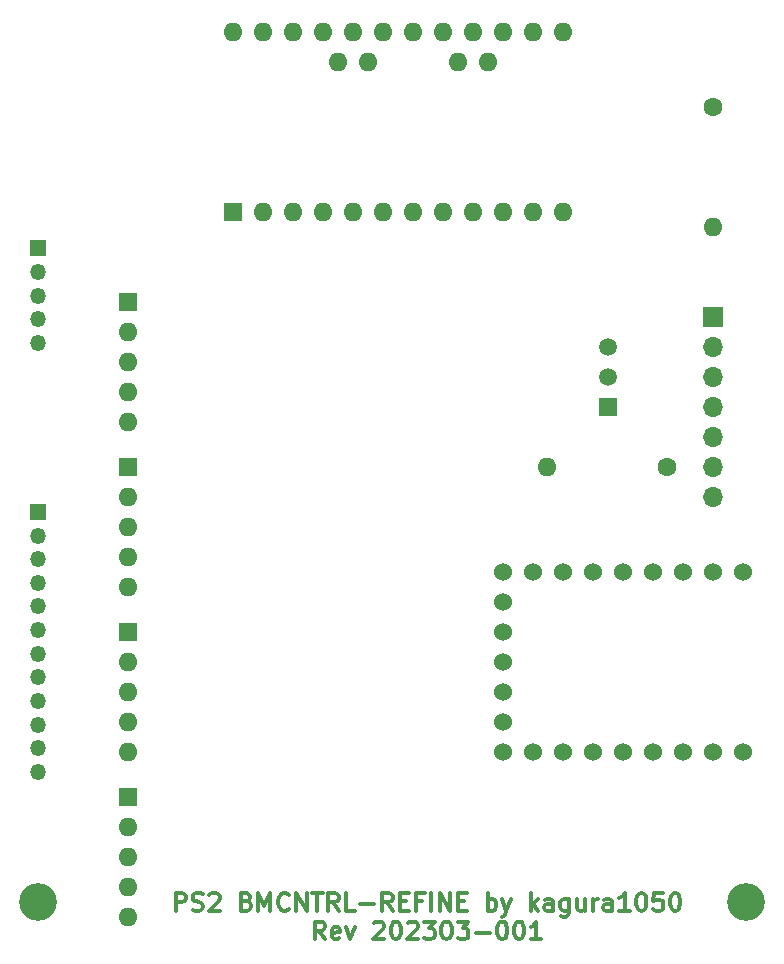
<source format=gts>
G04 #@! TF.GenerationSoftware,KiCad,Pcbnew,(6.0.1)*
G04 #@! TF.CreationDate,2023-03-09T23:42:47+09:00*
G04 #@! TF.ProjectId,iidx_pcb,69696478-5f70-4636-922e-6b696361645f,rev?*
G04 #@! TF.SameCoordinates,Original*
G04 #@! TF.FileFunction,Soldermask,Top*
G04 #@! TF.FilePolarity,Negative*
%FSLAX46Y46*%
G04 Gerber Fmt 4.6, Leading zero omitted, Abs format (unit mm)*
G04 Created by KiCad (PCBNEW (6.0.1)) date 2023-03-09 23:42:47*
%MOMM*%
%LPD*%
G01*
G04 APERTURE LIST*
%ADD10C,0.300000*%
%ADD11C,1.600000*%
%ADD12O,1.600000X1.600000*%
%ADD13R,1.600000X1.600000*%
%ADD14C,1.524000*%
%ADD15R,1.700000X1.700000*%
%ADD16O,1.700000X1.700000*%
%ADD17R,1.350000X1.350000*%
%ADD18O,1.350000X1.350000*%
%ADD19R,1.500000X1.500000*%
%ADD20C,1.500000*%
%ADD21C,3.200000*%
G04 APERTURE END LIST*
D10*
X62498571Y-148061071D02*
X62498571Y-146561071D01*
X63069999Y-146561071D01*
X63212857Y-146632500D01*
X63284285Y-146703928D01*
X63355714Y-146846785D01*
X63355714Y-147061071D01*
X63284285Y-147203928D01*
X63212857Y-147275357D01*
X63069999Y-147346785D01*
X62498571Y-147346785D01*
X63927142Y-147989642D02*
X64141428Y-148061071D01*
X64498571Y-148061071D01*
X64641428Y-147989642D01*
X64712857Y-147918214D01*
X64784285Y-147775357D01*
X64784285Y-147632500D01*
X64712857Y-147489642D01*
X64641428Y-147418214D01*
X64498571Y-147346785D01*
X64212857Y-147275357D01*
X64069999Y-147203928D01*
X63998571Y-147132500D01*
X63927142Y-146989642D01*
X63927142Y-146846785D01*
X63998571Y-146703928D01*
X64069999Y-146632500D01*
X64212857Y-146561071D01*
X64569999Y-146561071D01*
X64784285Y-146632500D01*
X65355714Y-146703928D02*
X65427142Y-146632500D01*
X65569999Y-146561071D01*
X65927142Y-146561071D01*
X66069999Y-146632500D01*
X66141428Y-146703928D01*
X66212857Y-146846785D01*
X66212857Y-146989642D01*
X66141428Y-147203928D01*
X65284285Y-148061071D01*
X66212857Y-148061071D01*
X68498571Y-147275357D02*
X68712857Y-147346785D01*
X68784285Y-147418214D01*
X68855714Y-147561071D01*
X68855714Y-147775357D01*
X68784285Y-147918214D01*
X68712857Y-147989642D01*
X68570000Y-148061071D01*
X67998571Y-148061071D01*
X67998571Y-146561071D01*
X68498571Y-146561071D01*
X68641428Y-146632500D01*
X68712857Y-146703928D01*
X68784285Y-146846785D01*
X68784285Y-146989642D01*
X68712857Y-147132500D01*
X68641428Y-147203928D01*
X68498571Y-147275357D01*
X67998571Y-147275357D01*
X69498571Y-148061071D02*
X69498571Y-146561071D01*
X69998571Y-147632500D01*
X70498571Y-146561071D01*
X70498571Y-148061071D01*
X72070000Y-147918214D02*
X71998571Y-147989642D01*
X71784285Y-148061071D01*
X71641428Y-148061071D01*
X71427142Y-147989642D01*
X71284285Y-147846785D01*
X71212857Y-147703928D01*
X71141428Y-147418214D01*
X71141428Y-147203928D01*
X71212857Y-146918214D01*
X71284285Y-146775357D01*
X71427142Y-146632500D01*
X71641428Y-146561071D01*
X71784285Y-146561071D01*
X71998571Y-146632500D01*
X72070000Y-146703928D01*
X72712857Y-148061071D02*
X72712857Y-146561071D01*
X73570000Y-148061071D01*
X73570000Y-146561071D01*
X74070000Y-146561071D02*
X74927142Y-146561071D01*
X74498571Y-148061071D02*
X74498571Y-146561071D01*
X76284285Y-148061071D02*
X75784285Y-147346785D01*
X75427142Y-148061071D02*
X75427142Y-146561071D01*
X75998571Y-146561071D01*
X76141428Y-146632500D01*
X76212857Y-146703928D01*
X76284285Y-146846785D01*
X76284285Y-147061071D01*
X76212857Y-147203928D01*
X76141428Y-147275357D01*
X75998571Y-147346785D01*
X75427142Y-147346785D01*
X77641428Y-148061071D02*
X76927142Y-148061071D01*
X76927142Y-146561071D01*
X78141428Y-147489642D02*
X79284285Y-147489642D01*
X80855714Y-148061071D02*
X80355714Y-147346785D01*
X79998571Y-148061071D02*
X79998571Y-146561071D01*
X80570000Y-146561071D01*
X80712857Y-146632500D01*
X80784285Y-146703928D01*
X80855714Y-146846785D01*
X80855714Y-147061071D01*
X80784285Y-147203928D01*
X80712857Y-147275357D01*
X80570000Y-147346785D01*
X79998571Y-147346785D01*
X81498571Y-147275357D02*
X81998571Y-147275357D01*
X82212857Y-148061071D02*
X81498571Y-148061071D01*
X81498571Y-146561071D01*
X82212857Y-146561071D01*
X83355714Y-147275357D02*
X82855714Y-147275357D01*
X82855714Y-148061071D02*
X82855714Y-146561071D01*
X83570000Y-146561071D01*
X84141428Y-148061071D02*
X84141428Y-146561071D01*
X84855714Y-148061071D02*
X84855714Y-146561071D01*
X85712857Y-148061071D01*
X85712857Y-146561071D01*
X86427142Y-147275357D02*
X86927142Y-147275357D01*
X87141428Y-148061071D02*
X86427142Y-148061071D01*
X86427142Y-146561071D01*
X87141428Y-146561071D01*
X88927142Y-148061071D02*
X88927142Y-146561071D01*
X88927142Y-147132500D02*
X89070000Y-147061071D01*
X89355714Y-147061071D01*
X89498571Y-147132500D01*
X89570000Y-147203928D01*
X89641428Y-147346785D01*
X89641428Y-147775357D01*
X89570000Y-147918214D01*
X89498571Y-147989642D01*
X89355714Y-148061071D01*
X89070000Y-148061071D01*
X88927142Y-147989642D01*
X90141428Y-147061071D02*
X90498571Y-148061071D01*
X90855714Y-147061071D02*
X90498571Y-148061071D01*
X90355714Y-148418214D01*
X90284285Y-148489642D01*
X90141428Y-148561071D01*
X92570000Y-148061071D02*
X92570000Y-146561071D01*
X92712857Y-147489642D02*
X93141428Y-148061071D01*
X93141428Y-147061071D02*
X92570000Y-147632500D01*
X94427142Y-148061071D02*
X94427142Y-147275357D01*
X94355714Y-147132500D01*
X94212857Y-147061071D01*
X93927142Y-147061071D01*
X93784285Y-147132500D01*
X94427142Y-147989642D02*
X94284285Y-148061071D01*
X93927142Y-148061071D01*
X93784285Y-147989642D01*
X93712857Y-147846785D01*
X93712857Y-147703928D01*
X93784285Y-147561071D01*
X93927142Y-147489642D01*
X94284285Y-147489642D01*
X94427142Y-147418214D01*
X95784285Y-147061071D02*
X95784285Y-148275357D01*
X95712857Y-148418214D01*
X95641428Y-148489642D01*
X95498571Y-148561071D01*
X95284285Y-148561071D01*
X95141428Y-148489642D01*
X95784285Y-147989642D02*
X95641428Y-148061071D01*
X95355714Y-148061071D01*
X95212857Y-147989642D01*
X95141428Y-147918214D01*
X95070000Y-147775357D01*
X95070000Y-147346785D01*
X95141428Y-147203928D01*
X95212857Y-147132500D01*
X95355714Y-147061071D01*
X95641428Y-147061071D01*
X95784285Y-147132500D01*
X97141428Y-147061071D02*
X97141428Y-148061071D01*
X96498571Y-147061071D02*
X96498571Y-147846785D01*
X96569999Y-147989642D01*
X96712857Y-148061071D01*
X96927142Y-148061071D01*
X97069999Y-147989642D01*
X97141428Y-147918214D01*
X97855714Y-148061071D02*
X97855714Y-147061071D01*
X97855714Y-147346785D02*
X97927142Y-147203928D01*
X97998571Y-147132500D01*
X98141428Y-147061071D01*
X98284285Y-147061071D01*
X99427142Y-148061071D02*
X99427142Y-147275357D01*
X99355714Y-147132500D01*
X99212857Y-147061071D01*
X98927142Y-147061071D01*
X98784285Y-147132500D01*
X99427142Y-147989642D02*
X99284285Y-148061071D01*
X98927142Y-148061071D01*
X98784285Y-147989642D01*
X98712857Y-147846785D01*
X98712857Y-147703928D01*
X98784285Y-147561071D01*
X98927142Y-147489642D01*
X99284285Y-147489642D01*
X99427142Y-147418214D01*
X100927142Y-148061071D02*
X100069999Y-148061071D01*
X100498571Y-148061071D02*
X100498571Y-146561071D01*
X100355714Y-146775357D01*
X100212857Y-146918214D01*
X100069999Y-146989642D01*
X101855714Y-146561071D02*
X101998571Y-146561071D01*
X102141428Y-146632500D01*
X102212857Y-146703928D01*
X102284285Y-146846785D01*
X102355714Y-147132500D01*
X102355714Y-147489642D01*
X102284285Y-147775357D01*
X102212857Y-147918214D01*
X102141428Y-147989642D01*
X101998571Y-148061071D01*
X101855714Y-148061071D01*
X101712857Y-147989642D01*
X101641428Y-147918214D01*
X101569999Y-147775357D01*
X101498571Y-147489642D01*
X101498571Y-147132500D01*
X101569999Y-146846785D01*
X101641428Y-146703928D01*
X101712857Y-146632500D01*
X101855714Y-146561071D01*
X103712857Y-146561071D02*
X102998571Y-146561071D01*
X102927142Y-147275357D01*
X102998571Y-147203928D01*
X103141428Y-147132500D01*
X103498571Y-147132500D01*
X103641428Y-147203928D01*
X103712857Y-147275357D01*
X103784285Y-147418214D01*
X103784285Y-147775357D01*
X103712857Y-147918214D01*
X103641428Y-147989642D01*
X103498571Y-148061071D01*
X103141428Y-148061071D01*
X102998571Y-147989642D01*
X102927142Y-147918214D01*
X104712857Y-146561071D02*
X104855714Y-146561071D01*
X104998571Y-146632500D01*
X105069999Y-146703928D01*
X105141428Y-146846785D01*
X105212857Y-147132500D01*
X105212857Y-147489642D01*
X105141428Y-147775357D01*
X105069999Y-147918214D01*
X104998571Y-147989642D01*
X104855714Y-148061071D01*
X104712857Y-148061071D01*
X104569999Y-147989642D01*
X104498571Y-147918214D01*
X104427142Y-147775357D01*
X104355714Y-147489642D01*
X104355714Y-147132500D01*
X104427142Y-146846785D01*
X104498571Y-146703928D01*
X104569999Y-146632500D01*
X104712857Y-146561071D01*
X75141428Y-150476071D02*
X74641428Y-149761785D01*
X74284285Y-150476071D02*
X74284285Y-148976071D01*
X74855714Y-148976071D01*
X74998571Y-149047500D01*
X75070000Y-149118928D01*
X75141428Y-149261785D01*
X75141428Y-149476071D01*
X75070000Y-149618928D01*
X74998571Y-149690357D01*
X74855714Y-149761785D01*
X74284285Y-149761785D01*
X76355714Y-150404642D02*
X76212857Y-150476071D01*
X75927142Y-150476071D01*
X75784285Y-150404642D01*
X75712857Y-150261785D01*
X75712857Y-149690357D01*
X75784285Y-149547500D01*
X75927142Y-149476071D01*
X76212857Y-149476071D01*
X76355714Y-149547500D01*
X76427142Y-149690357D01*
X76427142Y-149833214D01*
X75712857Y-149976071D01*
X76927142Y-149476071D02*
X77284285Y-150476071D01*
X77641428Y-149476071D01*
X79284285Y-149118928D02*
X79355714Y-149047500D01*
X79498571Y-148976071D01*
X79855714Y-148976071D01*
X79998571Y-149047500D01*
X80070000Y-149118928D01*
X80141428Y-149261785D01*
X80141428Y-149404642D01*
X80070000Y-149618928D01*
X79212857Y-150476071D01*
X80141428Y-150476071D01*
X81070000Y-148976071D02*
X81212857Y-148976071D01*
X81355714Y-149047500D01*
X81427142Y-149118928D01*
X81498571Y-149261785D01*
X81570000Y-149547500D01*
X81570000Y-149904642D01*
X81498571Y-150190357D01*
X81427142Y-150333214D01*
X81355714Y-150404642D01*
X81212857Y-150476071D01*
X81070000Y-150476071D01*
X80927142Y-150404642D01*
X80855714Y-150333214D01*
X80784285Y-150190357D01*
X80712857Y-149904642D01*
X80712857Y-149547500D01*
X80784285Y-149261785D01*
X80855714Y-149118928D01*
X80927142Y-149047500D01*
X81070000Y-148976071D01*
X82141428Y-149118928D02*
X82212857Y-149047500D01*
X82355714Y-148976071D01*
X82712857Y-148976071D01*
X82855714Y-149047500D01*
X82927142Y-149118928D01*
X82998571Y-149261785D01*
X82998571Y-149404642D01*
X82927142Y-149618928D01*
X82070000Y-150476071D01*
X82998571Y-150476071D01*
X83498571Y-148976071D02*
X84427142Y-148976071D01*
X83927142Y-149547500D01*
X84141428Y-149547500D01*
X84284285Y-149618928D01*
X84355714Y-149690357D01*
X84427142Y-149833214D01*
X84427142Y-150190357D01*
X84355714Y-150333214D01*
X84284285Y-150404642D01*
X84141428Y-150476071D01*
X83712857Y-150476071D01*
X83570000Y-150404642D01*
X83498571Y-150333214D01*
X85355714Y-148976071D02*
X85498571Y-148976071D01*
X85641428Y-149047500D01*
X85712857Y-149118928D01*
X85784285Y-149261785D01*
X85855714Y-149547500D01*
X85855714Y-149904642D01*
X85784285Y-150190357D01*
X85712857Y-150333214D01*
X85641428Y-150404642D01*
X85498571Y-150476071D01*
X85355714Y-150476071D01*
X85212857Y-150404642D01*
X85141428Y-150333214D01*
X85070000Y-150190357D01*
X84998571Y-149904642D01*
X84998571Y-149547500D01*
X85070000Y-149261785D01*
X85141428Y-149118928D01*
X85212857Y-149047500D01*
X85355714Y-148976071D01*
X86355714Y-148976071D02*
X87284285Y-148976071D01*
X86784285Y-149547500D01*
X86998571Y-149547500D01*
X87141428Y-149618928D01*
X87212857Y-149690357D01*
X87284285Y-149833214D01*
X87284285Y-150190357D01*
X87212857Y-150333214D01*
X87141428Y-150404642D01*
X86998571Y-150476071D01*
X86570000Y-150476071D01*
X86427142Y-150404642D01*
X86355714Y-150333214D01*
X87927142Y-149904642D02*
X89070000Y-149904642D01*
X90070000Y-148976071D02*
X90212857Y-148976071D01*
X90355714Y-149047500D01*
X90427142Y-149118928D01*
X90498571Y-149261785D01*
X90570000Y-149547500D01*
X90570000Y-149904642D01*
X90498571Y-150190357D01*
X90427142Y-150333214D01*
X90355714Y-150404642D01*
X90212857Y-150476071D01*
X90070000Y-150476071D01*
X89927142Y-150404642D01*
X89855714Y-150333214D01*
X89784285Y-150190357D01*
X89712857Y-149904642D01*
X89712857Y-149547500D01*
X89784285Y-149261785D01*
X89855714Y-149118928D01*
X89927142Y-149047500D01*
X90070000Y-148976071D01*
X91498571Y-148976071D02*
X91641428Y-148976071D01*
X91784285Y-149047500D01*
X91855714Y-149118928D01*
X91927142Y-149261785D01*
X91998571Y-149547500D01*
X91998571Y-149904642D01*
X91927142Y-150190357D01*
X91855714Y-150333214D01*
X91784285Y-150404642D01*
X91641428Y-150476071D01*
X91498571Y-150476071D01*
X91355714Y-150404642D01*
X91284285Y-150333214D01*
X91212857Y-150190357D01*
X91141428Y-149904642D01*
X91141428Y-149547500D01*
X91212857Y-149261785D01*
X91284285Y-149118928D01*
X91355714Y-149047500D01*
X91498571Y-148976071D01*
X93427142Y-150476071D02*
X92570000Y-150476071D01*
X92998571Y-150476071D02*
X92998571Y-148976071D01*
X92855714Y-149190357D01*
X92712857Y-149333214D01*
X92570000Y-149404642D01*
D11*
X107950000Y-80010000D03*
D12*
X107950000Y-90170000D03*
D13*
X58420000Y-110490000D03*
D12*
X58420000Y-113030000D03*
X58420000Y-115570000D03*
X58420000Y-118110000D03*
X58420000Y-120650000D03*
D14*
X110490000Y-134620000D03*
X107950000Y-134620000D03*
X105410000Y-134620000D03*
X102870000Y-134620000D03*
X100330000Y-134620000D03*
X97790000Y-134620000D03*
X95250000Y-134620000D03*
X92710000Y-134620000D03*
X90170000Y-134620000D03*
X90170000Y-132080000D03*
X90170000Y-129540000D03*
X90170000Y-127000000D03*
X90170000Y-124460000D03*
X90170000Y-121920000D03*
X90170000Y-119380000D03*
X92710000Y-119380000D03*
X95250000Y-119380000D03*
X97790000Y-119380000D03*
X100330000Y-119380000D03*
X102870000Y-119380000D03*
X105410000Y-119380000D03*
X107950000Y-119380000D03*
X110490000Y-119380000D03*
D15*
X107950000Y-97790000D03*
D16*
X107950000Y-100330000D03*
X107950000Y-102870000D03*
X107950000Y-105410000D03*
X107950000Y-107950000D03*
X107950000Y-110490000D03*
X107950000Y-113030000D03*
D13*
X58420000Y-138430000D03*
D12*
X58420000Y-140970000D03*
X58420000Y-143510000D03*
X58420000Y-146050000D03*
X58420000Y-148590000D03*
D13*
X58420000Y-96520000D03*
D12*
X58420000Y-99060000D03*
X58420000Y-101600000D03*
X58420000Y-104140000D03*
X58420000Y-106680000D03*
D17*
X50800000Y-91980000D03*
D18*
X50800000Y-93980000D03*
X50800000Y-95980000D03*
X50800000Y-97980000D03*
X50800000Y-99980000D03*
D19*
X99060000Y-105410000D03*
D20*
X99060000Y-102870000D03*
X99060000Y-100330000D03*
D17*
X50800000Y-114300000D03*
D18*
X50800000Y-116300000D03*
X50800000Y-118300000D03*
X50800000Y-120300000D03*
X50800000Y-122300000D03*
X50800000Y-124300000D03*
X50800000Y-126300000D03*
X50800000Y-128300000D03*
X50800000Y-130300000D03*
X50800000Y-132300000D03*
X50800000Y-134300000D03*
X50800000Y-136300000D03*
D11*
X104115000Y-110470000D03*
D12*
X93955000Y-110470000D03*
D21*
X110800000Y-147320000D03*
D13*
X58420000Y-124460000D03*
D12*
X58420000Y-127000000D03*
X58420000Y-129540000D03*
X58420000Y-132080000D03*
X58420000Y-134620000D03*
D21*
X50800000Y-147320000D03*
D13*
X67310000Y-88900000D03*
D12*
X69850000Y-88900000D03*
X72390000Y-88900000D03*
X74930000Y-88900000D03*
X77470000Y-88900000D03*
X80010000Y-88900000D03*
X82550000Y-88900000D03*
X85090000Y-88900000D03*
X87630000Y-88900000D03*
X90170000Y-88900000D03*
X92710000Y-88900000D03*
X95250000Y-88900000D03*
X95250000Y-73660000D03*
X92710000Y-73660000D03*
X90170000Y-73660000D03*
X87630000Y-73660000D03*
X85090000Y-73660000D03*
X82550000Y-73660000D03*
X80010000Y-73660000D03*
X77470000Y-73660000D03*
X74930000Y-73660000D03*
X72390000Y-73660000D03*
X69850000Y-73660000D03*
X67310000Y-73660000D03*
X78740000Y-76200000D03*
X76200000Y-76200000D03*
X88900000Y-76200000D03*
X86360000Y-76200000D03*
M02*

</source>
